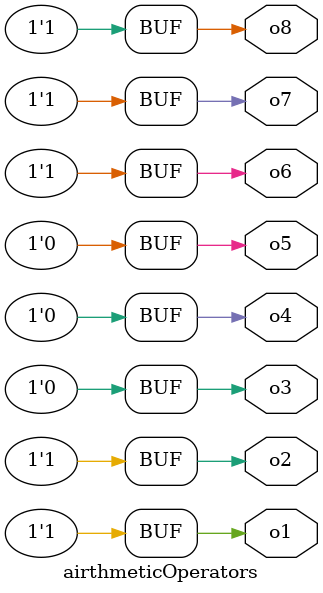
<source format=v>
module airthmeticOperators 
  (
   output o1, o2, o3, o4, o5, o6, o7, o8
   );

   assign o1 =  1 +  2; // = 3
   assign o2 =  1 -  2; // = -1
   assign o3 = 10 *  5;	// = 50
   assign o4 = 10 /  5;	// = 2
   
   assign o5 =  5 / 10;	// = 0 <--- NOTE
   
   assign o6 = 10 %  3; // = 1
   assign o7 = +7;	// = 7
   assign o8 = -7;	// = -7
endmodule // airthmeticOperators

</source>
